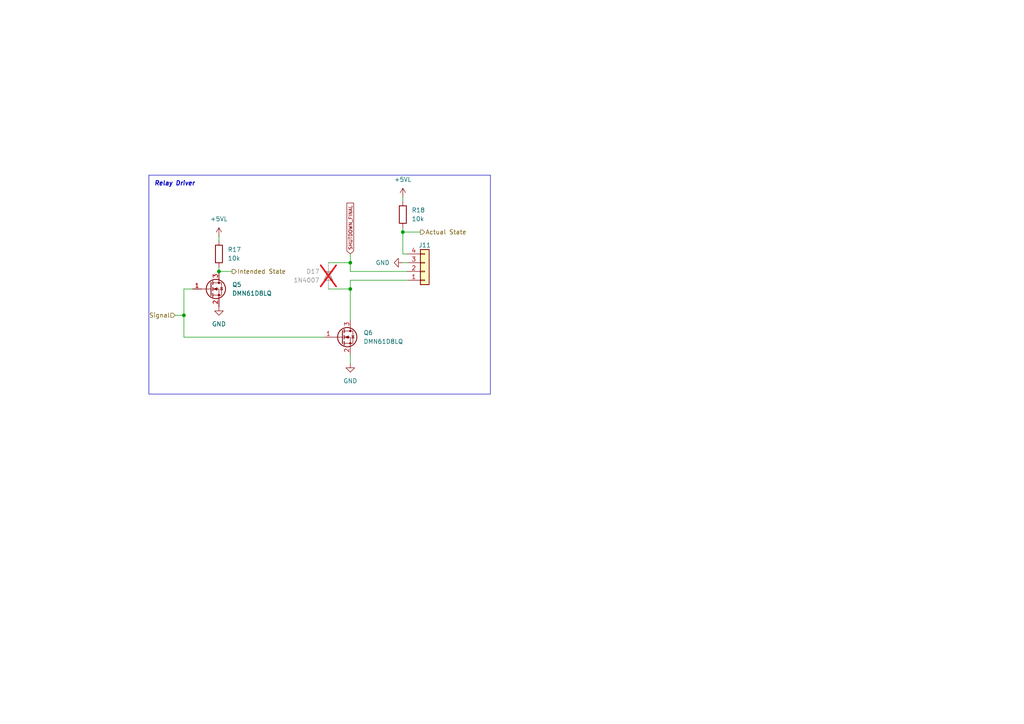
<source format=kicad_sch>
(kicad_sch (version 20250114) (generator "eeschema") (generator_version "9.0")
  (paper "A4")
  (title_block (title "Precharge") (date "2025-10-06") (rev "${REVISION}") (company "York Formula Student") (comment 1 "Designed by Josh B, Logan C, and Owen S"))
  (lib_symbols
    (symbol "Connector_Generic:Conn_01x04" (pin_names (offset 1.016) (hide yes))
      (property "Reference" "J" (at 0 5.08 0))
      (property "Value" "Conn_01x04" (at 0 -7.62 0))
      (symbol "Conn_01x04_1_1"
        (rectangle (start -1.27 3.81) (end 1.27 -6.35) (stroke (width 0.254)) (fill (type background)))
        (rectangle (start -1.27 2.667) (end 0 2.413) (stroke (width 0.1524)))
        (rectangle (start -1.27 0.127) (end 0 -0.127) (stroke (width 0.1524)))
        (rectangle (start -1.27 -2.413) (end 0 -2.667) (stroke (width 0.1524)))
        (rectangle (start -1.27 -4.953) (end 0 -5.207) (stroke (width 0.1524)))
        (pin passive line (at -5.08 2.54 0) (length 3.81) (name "Pin_1") (number "1"))
        (pin passive line (at -5.08 0 0) (length 3.81) (name "Pin_2") (number "2"))
        (pin passive line (at -5.08 -2.54 0) (length 3.81) (name "Pin_3") (number "3"))
        (pin passive line (at -5.08 -5.08 0) (length 3.81) (name "Pin_4") (number "4"))
      )
    )
    (symbol "Device:R" (pin_numbers (hide yes)) (pin_names (offset 0))
      (property "Reference" "R" (at 2.032 0 90))
      (property "Value" "R" (at 0 0 90))
      (symbol "R_0_1"
        (rectangle (start -1.016 -2.54) (end 1.016 2.54) (stroke (width 0.254)))
      )
      (symbol "R_1_1"
        (pin passive line (at 0 3.81 270) (length 1.27) (name "~") (number "1"))
        (pin passive line (at 0 -3.81 90) (length 1.27) (name "~") (number "2"))
      )
    )
    (symbol "Diode:1N4007" (pin_numbers (hide yes)) (pin_names (hide yes))
      (property "Reference" "D" (at 0 2.54 0))
      (property "Value" "1N4007" (at 0 -2.54 0))
      (symbol "1N4007_0_1"
        (polyline (pts (xy -1.27 1.27) (xy -1.27 -1.27)) (stroke (width 0.254)))
        (polyline (pts (xy 1.27 1.27) (xy 1.27 -1.27) (xy -1.27 0) (xy 1.27 1.27)) (stroke (width 0.254)))
        (polyline (pts (xy 1.27 0) (xy -1.27 0)))
      )
      (symbol "1N4007_1_1"
        (pin passive line (at -3.81 0 0) (length 2.54) (name "K") (number "1"))
        (pin passive line (at 3.81 0 180) (length 2.54) (name "A") (number "2"))
      )
    )
    (symbol "Transistor_FET:DMN61D8LQ" (pin_names (offset 0) (hide yes))
      (property "Reference" "Q" (at 5.08 1.905 0))
      (property "Value" "DMN61D8LQ" (at 5.08 0 0))
      (symbol "DMN61D8LQ_0_1"
        (polyline (pts (xy 0.254 1.905) (xy 0.254 -1.905)) (stroke (width 0.254)))
        (polyline (pts (xy 0.254 0) (xy -2.54 0)))
        (polyline (pts (xy 0.762 2.286) (xy 0.762 1.27)) (stroke (width 0.254)))
        (polyline (pts (xy 0.762 0.508) (xy 0.762 -0.508)) (stroke (width 0.254)))
        (polyline (pts (xy 0.762 -1.27) (xy 0.762 -2.286)) (stroke (width 0.254)))
        (polyline (pts (xy 0.762 -1.778) (xy 3.302 -1.778) (xy 3.302 1.778) (xy 0.762 1.778)))
        (polyline (pts (xy 1.016 0) (xy 2.032 0.381) (xy 2.032 -0.381) (xy 1.016 0)) (fill (type outline)))
        (circle (center 1.651 0) (radius 2.794) (stroke (width 0.254)))
        (polyline (pts (xy 2.54 2.54) (xy 2.54 1.778)))
        (circle (center 2.54 1.778) (radius 0.254) (fill (type outline)))
        (circle (center 2.54 -1.778) (radius 0.254) (fill (type outline)))
        (polyline (pts (xy 2.54 -2.54) (xy 2.54 0) (xy 0.762 0)))
        (polyline (pts (xy 2.921 0.381) (xy 3.683 0.381)))
        (polyline (pts (xy 3.302 0.381) (xy 2.921 -0.254) (xy 3.683 -0.254) (xy 3.302 0.381)))
      )
      (symbol "DMN61D8LQ_1_1"
        (pin input line (at -5.08 0 0) (length 2.54) (name "G") (number "1"))
        (pin passive line (at 2.54 5.08 270) (length 2.54) (name "D") (number "3"))
        (pin passive line (at 2.54 -5.08 90) (length 2.54) (name "S") (number "2"))
      )
    )
    (symbol "power:+5VL" (power) (pin_numbers (hide yes)) (pin_names (offset 0) (hide yes))
      (property "Value" "+5VL" (at 0 3.556 0))
      (symbol "+5VL_0_1"
        (polyline (pts (xy -0.762 1.27) (xy 0 2.54)))
        (polyline (pts (xy 0 2.54) (xy 0.762 1.27)))
        (polyline (pts (xy 0 0) (xy 0 2.54)))
      )
      (symbol "+5VL_1_1"
        (pin power_in line (at 0 0 90) (length 0) (name "~") (number "1"))
      )
    )
    (symbol "power:GND" (power) (pin_numbers (hide yes)) (pin_names (offset 0) (hide yes))
      (property "Value" "GND" (at 0 -3.81 0))
      (symbol "GND_0_1"
        (polyline (pts (xy 0 0) (xy 0 -1.27) (xy 1.27 -1.27) (xy 0 -2.54) (xy -1.27 -1.27) (xy 0 -1.27)))
      )
      (symbol "GND_1_1"
        (pin power_in line (at 0 0 270) (length 0) (name "~") (number "1"))
      )
    )
  )
  (rectangle (start 43.18 50.8) (end 142.24 114.3))
  (text "Relay Driver" (at 44.704 53.34 0) (effects (font (size 1.27 1.27) (thickness 0.254) (bold yes) (italic yes)) (justify left)))
  (junction (at 116.84 67.31))
  (junction (at 101.6 83.82))
  (junction (at 53.34 91.44))
  (junction (at 63.5 78.74))
  (junction (at 101.6 76.2))
  (wire (pts (xy 121.92 67.31) (xy 116.84 67.31)))
  (wire (pts (xy 95.25 83.82) (xy 101.6 83.82)))
  (wire (pts (xy 50.8 91.44) (xy 53.34 91.44)))
  (wire (pts (xy 95.25 76.2) (xy 101.6 76.2)))
  (wire (pts (xy 116.84 67.31) (xy 116.84 73.66)))
  (wire (pts (xy 101.6 78.74) (xy 118.11 78.74)))
  (wire (pts (xy 101.6 83.82) (xy 101.6 92.71)))
  (wire (pts (xy 101.6 81.28) (xy 101.6 83.82)))
  (wire (pts (xy 53.34 97.79) (xy 93.98 97.79)))
  (wire (pts (xy 101.6 102.87) (xy 101.6 105.41)))
  (wire (pts (xy 63.5 77.47) (xy 63.5 78.74)))
  (wire (pts (xy 101.6 73.66) (xy 101.6 76.2)))
  (wire (pts (xy 101.6 81.28) (xy 118.11 81.28)))
  (wire (pts (xy 63.5 68.58) (xy 63.5 69.85)))
  (wire (pts (xy 118.11 76.2) (xy 116.84 76.2)))
  (wire (pts (xy 116.84 57.15) (xy 116.84 58.42)))
  (wire (pts (xy 116.84 66.04) (xy 116.84 67.31)))
  (wire (pts (xy 53.34 83.82) (xy 53.34 91.44)))
  (wire (pts (xy 63.5 78.74) (xy 67.31 78.74)))
  (wire (pts (xy 55.88 83.82) (xy 53.34 83.82)))
  (wire (pts (xy 116.84 73.66) (xy 118.11 73.66)))
  (wire (pts (xy 53.34 91.44) (xy 53.34 97.79)))
  (wire (pts (xy 101.6 76.2) (xy 101.6 78.74)))
  (global_label "SHUTDOWN_FINAL" (shape input) (at 101.6 73.66 90) (effects (font (size 1 1))) (property "Intersheetrefs" "${INTERSHEET_REFS}" (effects (hide yes))))
  (hierarchical_label "Intended State" (shape output) (at 67.31 78.74 0))
  (hierarchical_label "Signal" (shape input) (at 50.8 91.44 180))
  (hierarchical_label "Actual State" (shape output) (at 121.92 67.31 0))
  (symbol (lib_id "Connector_Generic:Conn_01x04") (at 123.19 78.74 0) (mirror x) (unit 1)
    (property "Reference" "J6" (at 123.19 71.12 0))
    (property "Value" "Conn_01x04" (effects (hide yes)))
    (property "Footprint" "yfs:MolexMicrofitPlus1x4" (effects (hide yes)))
    (property "Description" "Generic connector, single row, 01x04, script generated (kicad-library-utils/schlib/autogen/connector/)" (effects (hide yes)))
    (property "Dist" "Mouser" (effects (hide yes)))
    (property "Dist #" "538-215760-1004" (effects (hide yes)))
    (property "Mfr" "Molex" (effects (hide yes)))
    (property "Mfr #" "2157601004" (effects (hide yes)))
    (instances (project "Precharge_PCB" (path "" (reference "J11") (unit 1)) (path "" (reference "J6") (unit 1))))
  )
  (symbol (lib_id "power:+5VL") (at 63.5 68.58 0) (unit 1)
    (property "Reference" "#PWR045" (effects (hide yes)))
    (property "Value" "+5VL" (at 63.5 63.5 0))
    (property "Description" "Power symbol creates a global label with name \"+5VL\"" (effects (hide yes)))
    (instances (project "Precharge_PCB" (path "" (reference "#PWR050") (unit 1)) (path "" (reference "#PWR045") (unit 1))))
  )
  (symbol (lib_id "power:+5VL") (at 116.84 57.15 0) (unit 1)
    (property "Reference" "#PWR048" (effects (hide yes)))
    (property "Value" "+5VL" (at 116.84 52.07 0))
    (property "Description" "Power symbol creates a global label with name \"+5VL\"" (effects (hide yes)))
    (instances (project "Precharge_PCB" (path "" (reference "#PWR053") (unit 1)) (path "" (reference "#PWR048") (unit 1))))
  )
  (symbol (lib_id "Transistor_FET:DMN61D8LQ") (at 99.06 97.79 0) (unit 1)
    (property "Reference" "Q4" (at 105.41 96.5199 0) (effects (justify left)))
    (property "Value" "DMN61D8LQ" (at 105.41 99.0599 0) (effects (justify left)))
    (property "Footprint" "Package_TO_SOT_SMD:SOT-23" (effects (hide yes)))
    (property "Datasheet" "https://www.diodes.com/assets/Datasheets/DMN61D8LQ.pdf" (effects (hide yes)))
    (property "Description" "60V Vds, 0.470A Id, N-Channel MOSFET for switching inductive loads , SOT-23" (effects (hide yes)))
    (instances (project "Precharge_PCB" (path "" (reference "Q6") (unit 1)) (path "" (reference "Q4") (unit 1))))
  )
  (symbol (lib_id "Device:R") (at 116.84 62.23 0) (unit 1)
    (property "Reference" "R16" (at 119.38 60.9599 0) (effects (justify left)))
    (property "Value" "10k" (at 119.38 63.4999 0) (effects (justify left)))
    (property "Footprint" "Resistor_SMD:R_0603_1608Metric" (effects (hide yes)))
    (property "Description" "Resistor" (effects (hide yes)))
    (instances (project "Precharge_PCB" (path "" (reference "R18") (unit 1)) (path "" (reference "R16") (unit 1))))
  )
  (symbol (lib_id "power:GND") (at 63.5 88.9 0) (unit 1)
    (property "Reference" "#PWR046" (effects (hide yes)))
    (property "Value" "GND" (at 63.5 93.98 0))
    (property "Description" "Power symbol creates a global label with name \"GND\" , ground" (effects (hide yes)))
    (instances (project "Precharge_PCB" (path "" (reference "#PWR051") (unit 1)) (path "" (reference "#PWR046") (unit 1))))
  )
  (symbol (lib_id "Device:R") (at 63.5 73.66 0) (unit 1)
    (property "Reference" "R15" (at 66.04 72.3899 0) (effects (justify left)))
    (property "Value" "10k" (at 66.04 74.9299 0) (effects (justify left)))
    (property "Footprint" "Resistor_SMD:R_0603_1608Metric" (effects (hide yes)))
    (property "Description" "Resistor" (effects (hide yes)))
    (instances (project "Precharge_PCB" (path "" (reference "R17") (unit 1)) (path "" (reference "R15") (unit 1))))
  )
  (symbol (lib_id "Diode:1N4007") (at 95.25 80.01 90) (mirror x) (unit 1) (dnp yes)
    (property "Reference" "D18" (at 92.71 78.7399 90) (effects (justify left)))
    (property "Value" "1N4007" (at 92.71 81.2799 90) (effects (justify left)))
    (property "Footprint" "Diode_SMD:D_SMA" (effects (hide yes)))
    (property "Datasheet" "http://www.vishay.com/docs/88503/1n4001.pdf" (effects (hide yes)))
    (property "Description" "1000V 1A General Purpose Rectifier Diode, DO-41" (effects (hide yes)))
    (property "Sim.Device" "D" (effects (hide yes)))
    (property "Sim.Pins" "1=K 2=A" (effects (hide yes)))
    (instances (project "Precharge_PCB" (path "" (reference "D17") (unit 1)) (path "" (reference "D18") (unit 1))))
  )
  (symbol (lib_id "power:GND") (at 116.84 76.2 270) (unit 1)
    (property "Reference" "#PWR049" (effects (hide yes)))
    (property "Value" "GND" (at 113.03 76.1999 90) (effects (justify right)))
    (property "Description" "Power symbol creates a global label with name \"GND\" , ground" (effects (hide yes)))
    (instances (project "Precharge_PCB" (path "" (reference "#PWR054") (unit 1)) (path "" (reference "#PWR049") (unit 1))))
  )
  (symbol (lib_id "Transistor_FET:DMN61D8LQ") (at 60.96 83.82 0) (unit 1)
    (property "Reference" "Q3" (at 67.31 82.5499 0) (effects (justify left)))
    (property "Value" "DMN61D8LQ" (at 67.31 85.0899 0) (effects (justify left)))
    (property "Footprint" "Package_TO_SOT_SMD:SOT-23" (effects (hide yes)))
    (property "Datasheet" "https://www.diodes.com/assets/Datasheets/DMN61D8LQ.pdf" (effects (hide yes)))
    (property "Description" "60V Vds, 0.470A Id, N-Channel MOSFET for switching inductive loads , SOT-23" (effects (hide yes)))
    (instances (project "Precharge_PCB" (path "" (reference "Q5") (unit 1)) (path "" (reference "Q3") (unit 1))))
  )
  (symbol (lib_id "power:GND") (at 101.6 105.41 0) (unit 1)
    (property "Reference" "#PWR047" (effects (hide yes)))
    (property "Value" "GND" (at 101.6 110.49 0))
    (property "Description" "Power symbol creates a global label with name \"GND\" , ground" (effects (hide yes)))
    (instances (project "Precharge_PCB" (path "" (reference "#PWR052") (unit 1)) (path "" (reference "#PWR047") (unit 1))))
  )
)
</source>
